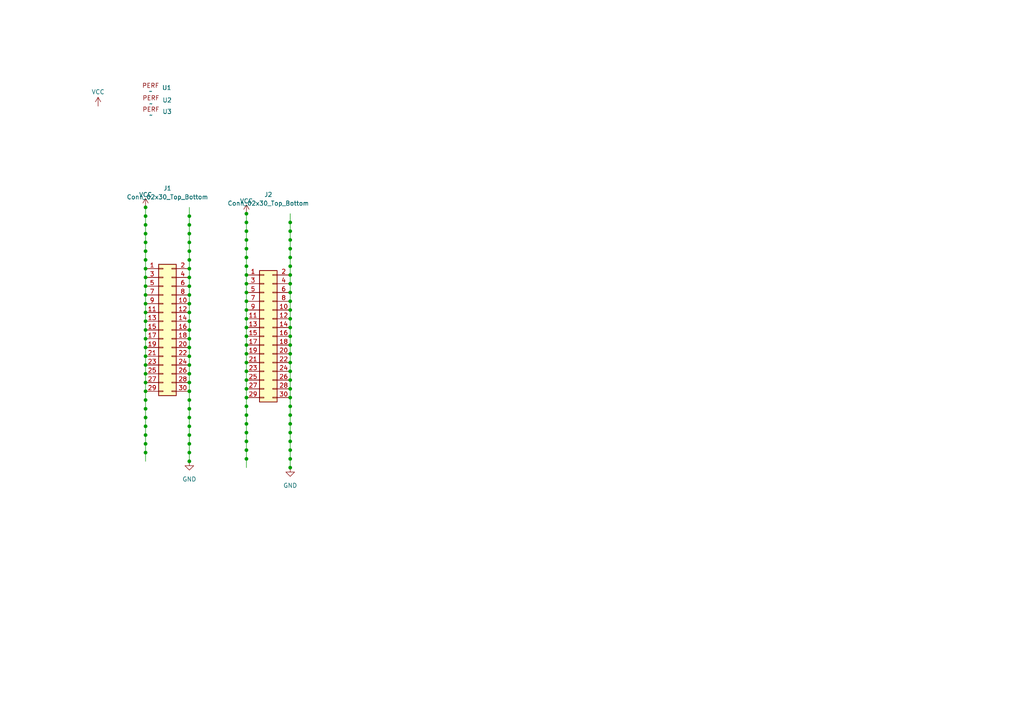
<source format=kicad_sch>
(kicad_sch (version 20230121) (generator eeschema)
  (paper "A4")
  (lib_symbols
    (symbol "Connector_Generic:Conn_02x15_Odd_Even" (pin_names (offset 1.016) hide)
      (property "Reference" "J" (at 1.27 20.32 0))
      (property "Value" "Conn_02x15_Odd_Even" (at 1.27 -20.32 0))
      (symbol "Conn_02x15_Odd_Even_1_1"
        (rectangle (start -1.27 -17.653) (end 0 -17.907) (stroke (width 0.1524)))
        (rectangle (start -1.27 -15.113) (end 0 -15.367) (stroke (width 0.1524)))
        (rectangle (start -1.27 -12.573) (end 0 -12.827) (stroke (width 0.1524)))
        (rectangle (start -1.27 -10.033) (end 0 -10.287) (stroke (width 0.1524)))
        (rectangle (start -1.27 -7.493) (end 0 -7.747) (stroke (width 0.1524)))
        (rectangle (start -1.27 -4.953) (end 0 -5.207) (stroke (width 0.1524)))
        (rectangle (start -1.27 -2.413) (end 0 -2.667) (stroke (width 0.1524)))
        (rectangle (start -1.27 0.127) (end 0 -0.127) (stroke (width 0.1524)))
        (rectangle (start -1.27 2.667) (end 0 2.413) (stroke (width 0.1524)))
        (rectangle (start -1.27 5.207) (end 0 4.953) (stroke (width 0.1524)))
        (rectangle (start -1.27 7.747) (end 0 7.493) (stroke (width 0.1524)))
        (rectangle (start -1.27 10.287) (end 0 10.033) (stroke (width 0.1524)))
        (rectangle (start -1.27 12.827) (end 0 12.573) (stroke (width 0.1524)))
        (rectangle (start -1.27 15.367) (end 0 15.113) (stroke (width 0.1524)))
        (rectangle (start -1.27 17.907) (end 0 17.653) (stroke (width 0.1524)))
        (rectangle (start -1.27 19.05) (end 3.81 -19.05) (stroke (width 0.254)) (fill (type background)))
        (rectangle (start 3.81 -17.653) (end 2.54 -17.907) (stroke (width 0.1524)))
        (rectangle (start 3.81 -15.113) (end 2.54 -15.367) (stroke (width 0.1524)))
        (rectangle (start 3.81 -12.573) (end 2.54 -12.827) (stroke (width 0.1524)))
        (rectangle (start 3.81 -10.033) (end 2.54 -10.287) (stroke (width 0.1524)))
        (rectangle (start 3.81 -7.493) (end 2.54 -7.747) (stroke (width 0.1524)))
        (rectangle (start 3.81 -4.953) (end 2.54 -5.207) (stroke (width 0.1524)))
        (rectangle (start 3.81 -2.413) (end 2.54 -2.667) (stroke (width 0.1524)))
        (rectangle (start 3.81 0.127) (end 2.54 -0.127) (stroke (width 0.1524)))
        (rectangle (start 3.81 2.667) (end 2.54 2.413) (stroke (width 0.1524)))
        (rectangle (start 3.81 5.207) (end 2.54 4.953) (stroke (width 0.1524)))
        (rectangle (start 3.81 7.747) (end 2.54 7.493) (stroke (width 0.1524)))
        (rectangle (start 3.81 10.287) (end 2.54 10.033) (stroke (width 0.1524)))
        (rectangle (start 3.81 12.827) (end 2.54 12.573) (stroke (width 0.1524)))
        (rectangle (start 3.81 15.367) (end 2.54 15.113) (stroke (width 0.1524)))
        (rectangle (start 3.81 17.907) (end 2.54 17.653) (stroke (width 0.1524)))
        (pin passive line (at -5.08 17.78 0) (length 3.81) (name "Pin_1") (number "1"))
        (pin passive line (at 7.62 7.62 180) (length 3.81) (name "Pin_10") (number "10"))
        (pin passive line (at -5.08 5.08 0) (length 3.81) (name "Pin_11") (number "11"))
        (pin passive line (at 7.62 5.08 180) (length 3.81) (name "Pin_12") (number "12"))
        (pin passive line (at -5.08 2.54 0) (length 3.81) (name "Pin_13") (number "13"))
        (pin passive line (at 7.62 2.54 180) (length 3.81) (name "Pin_14") (number "14"))
        (pin passive line (at -5.08 0 0) (length 3.81) (name "Pin_15") (number "15"))
        (pin passive line (at 7.62 0 180) (length 3.81) (name "Pin_16") (number "16"))
        (pin passive line (at -5.08 -2.54 0) (length 3.81) (name "Pin_17") (number "17"))
        (pin passive line (at 7.62 -2.54 180) (length 3.81) (name "Pin_18") (number "18"))
        (pin passive line (at -5.08 -5.08 0) (length 3.81) (name "Pin_19") (number "19"))
        (pin passive line (at 7.62 17.78 180) (length 3.81) (name "Pin_2") (number "2"))
        (pin passive line (at 7.62 -5.08 180) (length 3.81) (name "Pin_20") (number "20"))
        (pin passive line (at -5.08 -7.62 0) (length 3.81) (name "Pin_21") (number "21"))
        (pin passive line (at 7.62 -7.62 180) (length 3.81) (name "Pin_22") (number "22"))
        (pin passive line (at -5.08 -10.16 0) (length 3.81) (name "Pin_23") (number "23"))
        (pin passive line (at 7.62 -10.16 180) (length 3.81) (name "Pin_24") (number "24"))
        (pin passive line (at -5.08 -12.7 0) (length 3.81) (name "Pin_25") (number "25"))
        (pin passive line (at 7.62 -12.7 180) (length 3.81) (name "Pin_26") (number "26"))
        (pin passive line (at -5.08 -15.24 0) (length 3.81) (name "Pin_27") (number "27"))
        (pin passive line (at 7.62 -15.24 180) (length 3.81) (name "Pin_28") (number "28"))
        (pin passive line (at -5.08 -17.78 0) (length 3.81) (name "Pin_29") (number "29"))
        (pin passive line (at -5.08 15.24 0) (length 3.81) (name "Pin_3") (number "3"))
        (pin passive line (at 7.62 -17.78 180) (length 3.81) (name "Pin_30") (number "30"))
        (pin passive line (at 7.62 15.24 180) (length 3.81) (name "Pin_4") (number "4"))
        (pin passive line (at -5.08 12.7 0) (length 3.81) (name "Pin_5") (number "5"))
        (pin passive line (at 7.62 12.7 180) (length 3.81) (name "Pin_6") (number "6"))
        (pin passive line (at -5.08 10.16 0) (length 3.81) (name "Pin_7") (number "7"))
        (pin passive line (at 7.62 10.16 180) (length 3.81) (name "Pin_8") (number "8"))
        (pin passive line (at -5.08 7.62 0) (length 3.81) (name "Pin_9") (number "9"))
      )
    )
    (symbol "DPX_CONN:DPX_PERF"
      (property "Reference" "U" (at 0 0 0))
      (symbol "DPX_PERF_1_1"
        (text "PERF" (at 0 1.651 0) (effects (font (size 1.27 1.27))))
      )
    )
    (symbol "power:GND" (power) (pin_names (offset 0))
      (property "Value" "GND" (at 0 -3.81 0))
      (symbol "GND_0_1"
        (polyline (pts (xy 0 0) (xy 0 -1.27) (xy 1.27 -1.27) (xy 0 -2.54) (xy -1.27 -1.27) (xy 0 -1.27)))
      )
      (symbol "GND_1_1"
        (pin power_in line (at 0 0 270) (length 0) hide (name "GND") (number "1"))
      )
    )
    (symbol "power:VCC" (power) (pin_names (offset 0))
      (property "Value" "VCC" (at 0 3.81 0))
      (symbol "VCC_0_1"
        (polyline (pts (xy -0.762 1.27) (xy 0 2.54)))
        (polyline (pts (xy 0 0) (xy 0 2.54)))
        (polyline (pts (xy 0 2.54) (xy 0.762 1.27)))
      )
      (symbol "VCC_1_1"
        (pin power_in line (at 0 0 90) (length 0) hide (name "VCC") (number "1"))
      )
    )
  )
  (junction (at 54.9148 70.3072))
  (junction (at 71.4756 125.476))
  (junction (at 54.9148 85.5472))
  (junction (at 42.2148 123.6472))
  (junction (at 42.2148 93.1672))
  (junction (at 54.9148 113.4872))
  (junction (at 71.4756 102.616))
  (junction (at 84.1756 130.556))
  (junction (at 54.9148 103.3272))
  (junction (at 84.1756 107.696))
  (junction (at 84.1756 122.936))
  (junction (at 42.2148 62.6872))
  (junction (at 54.9148 83.0072))
  (junction (at 42.2148 131.2672))
  (junction (at 54.9148 88.0872))
  (junction (at 71.4756 133.096))
  (junction (at 71.4756 100.076))
  (junction (at 54.9148 90.6272))
  (junction (at 71.4756 110.236))
  (junction (at 54.9148 133.8072))
  (junction (at 71.4756 69.596))
  (junction (at 84.1756 128.016))
  (junction (at 84.1756 72.136))
  (junction (at 42.2148 88.0872))
  (junction (at 84.1756 87.376))
  (junction (at 42.2148 98.2472))
  (junction (at 42.2148 105.8672))
  (junction (at 71.4756 120.396))
  (junction (at 54.9148 118.5672))
  (junction (at 84.1756 84.836))
  (junction (at 42.2148 113.4872))
  (junction (at 54.9148 105.8672))
  (junction (at 42.2148 100.7872))
  (junction (at 84.1756 74.676))
  (junction (at 42.2148 95.7072))
  (junction (at 84.1756 115.316))
  (junction (at 71.4756 128.016))
  (junction (at 54.9148 62.6872))
  (junction (at 84.1756 92.456))
  (junction (at 84.1756 117.856))
  (junction (at 71.4756 61.976))
  (junction (at 71.4756 122.936))
  (junction (at 71.4756 107.696))
  (junction (at 42.2148 121.1072))
  (junction (at 54.9148 67.7672))
  (junction (at 84.1756 133.096))
  (junction (at 54.9148 123.6472))
  (junction (at 84.1756 105.156))
  (junction (at 54.9148 65.2272))
  (junction (at 42.2148 83.0072))
  (junction (at 84.1756 125.476))
  (junction (at 84.1756 69.596))
  (junction (at 54.9148 121.1072))
  (junction (at 84.1756 79.756))
  (junction (at 54.9148 128.7272))
  (junction (at 42.2148 126.1872))
  (junction (at 42.2148 85.5472))
  (junction (at 54.9148 116.0272))
  (junction (at 54.9148 126.1872))
  (junction (at 42.2148 108.4072))
  (junction (at 84.1756 120.396))
  (junction (at 71.4756 72.136))
  (junction (at 54.9148 72.8472))
  (junction (at 54.9148 93.1672))
  (junction (at 54.9148 77.9272))
  (junction (at 71.4756 115.316))
  (junction (at 42.2148 75.3872))
  (junction (at 54.9148 80.4672))
  (junction (at 54.9148 108.4072))
  (junction (at 71.4756 77.216))
  (junction (at 84.1756 100.076))
  (junction (at 71.4756 97.536))
  (junction (at 42.2148 65.2272))
  (junction (at 84.1756 102.616))
  (junction (at 42.2148 128.7272))
  (junction (at 54.9148 131.2672))
  (junction (at 84.1756 94.996))
  (junction (at 84.1756 64.516))
  (junction (at 42.2148 118.5672))
  (junction (at 71.4756 117.856))
  (junction (at 84.1756 77.216))
  (junction (at 84.1756 110.236))
  (junction (at 84.1756 112.776))
  (junction (at 84.1756 135.636))
  (junction (at 71.4756 79.756))
  (junction (at 71.4756 64.516))
  (junction (at 42.2148 70.3072))
  (junction (at 42.2148 103.3272))
  (junction (at 71.4756 112.776))
  (junction (at 42.2148 67.7672))
  (junction (at 71.4756 94.996))
  (junction (at 42.2148 110.9472))
  (junction (at 71.4756 89.916))
  (junction (at 84.1756 89.916))
  (junction (at 42.2148 116.0272))
  (junction (at 54.9148 75.3872))
  (junction (at 54.9148 95.7072))
  (junction (at 54.9148 98.2472))
  (junction (at 71.4756 92.456))
  (junction (at 84.1756 67.056))
  (junction (at 71.4756 82.296))
  (junction (at 42.2148 80.4672))
  (junction (at 71.4756 74.676))
  (junction (at 42.2148 90.6272))
  (junction (at 71.4756 87.376))
  (junction (at 84.1756 97.536))
  (junction (at 71.4756 105.156))
  (junction (at 71.4756 67.056))
  (junction (at 42.2148 77.9272))
  (junction (at 54.9148 110.9472))
  (junction (at 54.9148 100.7872))
  (junction (at 42.2148 60.1472))
  (junction (at 71.4756 84.836))
  (junction (at 84.1756 82.296))
  (junction (at 71.4756 130.556))
  (junction (at 42.2148 72.8472))
  (wire (pts (xy 71.4756 74.676) (xy 71.4756 77.216)))
  (wire (pts (xy 54.9148 105.8672) (xy 54.9148 108.4072)))
  (wire (pts (xy 42.2148 88.0872) (xy 42.2148 90.6272)))
  (wire (pts (xy 54.9148 90.6272) (xy 54.9148 93.1672)))
  (wire (pts (xy 54.9148 70.3072) (xy 54.9148 72.8472)))
  (wire (pts (xy 54.9148 67.7672) (xy 54.9148 70.3072)))
  (wire (pts (xy 84.1756 125.476) (xy 84.1756 128.016)))
  (wire (pts (xy 84.1756 130.556) (xy 84.1756 133.096)))
  (wire (pts (xy 54.9148 65.2272) (xy 54.9148 67.7672)))
  (wire (pts (xy 42.2148 110.9472) (xy 42.2148 113.4872)))
  (wire (pts (xy 42.2148 90.6272) (xy 42.2148 93.1672)))
  (wire (pts (xy 84.1756 69.596) (xy 84.1756 72.136)))
  (wire (pts (xy 71.4756 69.596) (xy 71.4756 72.136)))
  (wire (pts (xy 71.4756 117.856) (xy 71.4756 120.396)))
  (wire (pts (xy 54.9148 77.9272) (xy 54.9148 80.4672)))
  (wire (pts (xy 54.9148 110.9472) (xy 54.9148 113.4872)))
  (wire (pts (xy 54.9148 126.1872) (xy 54.9148 128.7272)))
  (wire (pts (xy 71.4756 64.516) (xy 71.4756 67.056)))
  (wire (pts (xy 71.4756 110.236) (xy 71.4756 112.776)))
  (wire (pts (xy 42.2148 95.7072) (xy 42.2148 98.2472)))
  (wire (pts (xy 42.2148 98.2472) (xy 42.2148 100.7872)))
  (wire (pts (xy 42.2148 83.0072) (xy 42.2148 85.5472)))
  (wire (pts (xy 54.9148 80.4672) (xy 54.9148 83.0072)))
  (wire (pts (xy 84.1756 74.676) (xy 84.1756 77.216)))
  (wire (pts (xy 71.4756 82.296) (xy 71.4756 84.836)))
  (wire (pts (xy 42.2148 116.0272) (xy 42.2148 118.5672)))
  (wire (pts (xy 71.4756 72.136) (xy 71.4756 74.676)))
  (wire (pts (xy 84.1756 133.096) (xy 84.1756 135.636)))
  (wire (pts (xy 71.4756 107.696) (xy 71.4756 110.236)))
  (wire (pts (xy 84.1756 79.756) (xy 84.1756 82.296)))
  (wire (pts (xy 42.2148 62.6872) (xy 42.2148 65.2272)))
  (wire (pts (xy 42.2148 77.9272) (xy 42.2148 80.4672)))
  (wire (pts (xy 42.2148 128.7272) (xy 42.2148 131.2672)))
  (wire (pts (xy 42.2148 118.5672) (xy 42.2148 121.1072)))
  (wire (pts (xy 71.4756 130.556) (xy 71.4756 133.096)))
  (wire (pts (xy 71.4756 112.776) (xy 71.4756 115.316)))
  (wire (pts (xy 42.2148 131.2672) (xy 42.2148 133.8072)))
  (wire (pts (xy 71.4756 77.216) (xy 71.4756 79.756)))
  (wire (pts (xy 42.2148 80.4672) (xy 42.2148 83.0072)))
  (wire (pts (xy 84.1756 89.916) (xy 84.1756 92.456)))
  (wire (pts (xy 42.2148 75.3872) (xy 42.2148 77.9272)))
  (wire (pts (xy 42.2148 105.8672) (xy 42.2148 108.4072)))
  (wire (pts (xy 84.1756 87.376) (xy 84.1756 89.916)))
  (wire (pts (xy 71.4756 125.476) (xy 71.4756 128.016)))
  (wire (pts (xy 71.4756 133.096) (xy 71.4756 135.636)))
  (wire (pts (xy 71.4756 84.836) (xy 71.4756 87.376)))
  (wire (pts (xy 54.9148 128.7272) (xy 54.9148 131.2672)))
  (wire (pts (xy 54.9148 88.0872) (xy 54.9148 90.6272)))
  (wire (pts (xy 54.9148 131.2672) (xy 54.9148 133.8072)))
  (wire (pts (xy 54.9148 121.1072) (xy 54.9148 123.6472)))
  (wire (pts (xy 84.1756 115.316) (xy 84.1756 117.856)))
  (wire (pts (xy 42.2148 70.3072) (xy 42.2148 72.8472)))
  (wire (pts (xy 42.2148 113.4872) (xy 42.2148 116.0272)))
  (wire (pts (xy 84.1756 82.296) (xy 84.1756 84.836)))
  (wire (pts (xy 54.9148 60.1472) (xy 54.9148 62.6872)))
  (wire (pts (xy 54.9148 113.4872) (xy 54.9148 116.0272)))
  (wire (pts (xy 42.2148 67.7672) (xy 42.2148 70.3072)))
  (wire (pts (xy 84.1756 100.076) (xy 84.1756 102.616)))
  (wire (pts (xy 71.4756 122.936) (xy 71.4756 125.476)))
  (wire (pts (xy 84.1756 112.776) (xy 84.1756 115.316)))
  (wire (pts (xy 54.9148 72.8472) (xy 54.9148 75.3872)))
  (wire (pts (xy 71.4756 102.616) (xy 71.4756 105.156)))
  (wire (pts (xy 84.1756 92.456) (xy 84.1756 94.996)))
  (wire (pts (xy 42.2148 121.1072) (xy 42.2148 123.6472)))
  (wire (pts (xy 71.4756 94.996) (xy 71.4756 97.536)))
  (wire (pts (xy 54.9148 93.1672) (xy 54.9148 95.7072)))
  (wire (pts (xy 42.2148 100.7872) (xy 42.2148 103.3272)))
  (wire (pts (xy 84.1756 102.616) (xy 84.1756 105.156)))
  (wire (pts (xy 54.9148 95.7072) (xy 54.9148 98.2472)))
  (wire (pts (xy 71.4756 128.016) (xy 71.4756 130.556)))
  (wire (pts (xy 54.9148 85.5472) (xy 54.9148 88.0872)))
  (wire (pts (xy 54.9148 123.6472) (xy 54.9148 126.1872)))
  (wire (pts (xy 84.1756 77.216) (xy 84.1756 79.756)))
  (wire (pts (xy 84.1756 72.136) (xy 84.1756 74.676)))
  (wire (pts (xy 42.2148 123.6472) (xy 42.2148 126.1872)))
  (wire (pts (xy 71.4756 100.076) (xy 71.4756 102.616)))
  (wire (pts (xy 71.4756 105.156) (xy 71.4756 107.696)))
  (wire (pts (xy 84.1756 120.396) (xy 84.1756 122.936)))
  (wire (pts (xy 71.4756 115.316) (xy 71.4756 117.856)))
  (wire (pts (xy 71.4756 67.056) (xy 71.4756 69.596)))
  (wire (pts (xy 54.9148 100.7872) (xy 54.9148 103.3272)))
  (wire (pts (xy 54.9148 103.3272) (xy 54.9148 105.8672)))
  (wire (pts (xy 42.2148 108.4072) (xy 42.2148 110.9472)))
  (wire (pts (xy 42.2148 85.5472) (xy 42.2148 88.0872)))
  (wire (pts (xy 42.2148 65.2272) (xy 42.2148 67.7672)))
  (wire (pts (xy 54.9148 83.0072) (xy 54.9148 85.5472)))
  (wire (pts (xy 84.1756 67.056) (xy 84.1756 69.596)))
  (wire (pts (xy 54.9148 116.0272) (xy 54.9148 118.5672)))
  (wire (pts (xy 71.4756 89.916) (xy 71.4756 92.456)))
  (wire (pts (xy 84.1756 64.516) (xy 84.1756 67.056)))
  (wire (pts (xy 84.1756 97.536) (xy 84.1756 100.076)))
  (wire (pts (xy 84.1756 107.696) (xy 84.1756 110.236)))
  (wire (pts (xy 71.4756 87.376) (xy 71.4756 89.916)))
  (wire (pts (xy 84.1756 105.156) (xy 84.1756 107.696)))
  (wire (pts (xy 42.2148 103.3272) (xy 42.2148 105.8672)))
  (wire (pts (xy 54.9148 118.5672) (xy 54.9148 121.1072)))
  (wire (pts (xy 54.9148 108.4072) (xy 54.9148 110.9472)))
  (wire (pts (xy 84.1756 61.976) (xy 84.1756 64.516)))
  (wire (pts (xy 42.2148 126.1872) (xy 42.2148 128.7272)))
  (wire (pts (xy 54.9148 62.6872) (xy 54.9148 65.2272)))
  (wire (pts (xy 84.1756 128.016) (xy 84.1756 130.556)))
  (wire (pts (xy 71.4756 79.756) (xy 71.4756 82.296)))
  (wire (pts (xy 71.4756 97.536) (xy 71.4756 100.076)))
  (wire (pts (xy 71.4756 92.456) (xy 71.4756 94.996)))
  (wire (pts (xy 42.2148 93.1672) (xy 42.2148 95.7072)))
  (wire (pts (xy 71.4756 61.976) (xy 71.4756 64.516)))
  (wire (pts (xy 42.2148 72.8472) (xy 42.2148 75.3872)))
  (wire (pts (xy 54.9148 98.2472) (xy 54.9148 100.7872)))
  (wire (pts (xy 84.1756 84.836) (xy 84.1756 87.376)))
  (wire (pts (xy 54.9148 75.3872) (xy 54.9148 77.9272)))
  (wire (pts (xy 84.1756 94.996) (xy 84.1756 97.536)))
  (wire (pts (xy 84.1756 110.236) (xy 84.1756 112.776)))
  (wire (pts (xy 71.4756 120.396) (xy 71.4756 122.936)))
  (wire (pts (xy 42.2148 60.1472) (xy 42.2148 62.6872)))
  (wire (pts (xy 84.1756 117.856) (xy 84.1756 120.396)))
  (wire (pts (xy 84.1756 122.936) (xy 84.1756 125.476)))
  (symbol (lib_id "DPX_CONN:DPX_PERF") (at 43.7896 33.3756 0) (unit 1)
    (property "Reference" "U3" (at 47.0916 32.3596 0) (effects (justify left)))
    (property "Value" "~" (at 43.7896 33.3756 0))
    (property "Footprint" "DPX_CONN:DPX_PROTOBOARD-5x5" (effects hide))
  )
  (symbol (lib_id "DPX_CONN:DPX_PERF") (at 43.7896 30.0736 0) (unit 1)
    (property "Reference" "U2" (at 47.0916 29.0576 0) (effects (justify left)))
    (property "Value" "~" (at 43.7896 30.0736 0))
    (property "Footprint" "DPX_CONN:DPX_PROTOBOARD-5x5" (effects hide))
  )
  (symbol (lib_id "power:VCC") (at 71.4756 61.976 0) (unit 1)
    (property "Reference" "#PWR04" (effects hide))
    (property "Value" "VCC" (at 71.4756 58.3184 0))
  )
  (symbol (lib_id "Connector_Generic:Conn_02x15_Odd_Even") (at 76.5556 97.536 0) (unit 1)
    (property "Reference" "J2" (at 77.8256 56.4388 0))
    (property "Value" "Conn_02x30_Top_Bottom" (at 77.8256 58.9788 0))
    (property "Footprint" "DPX_CONN:dpx-02x15-nosilk" (effects hide))
  )
  (symbol (lib_id "DPX_CONN:DPX_PERF") (at 43.688 26.4668 0) (unit 1)
    (property "Reference" "U1" (at 46.99 25.4508 0) (effects (justify left)))
    (property "Value" "~" (at 43.688 26.4668 0))
    (property "Footprint" "DPX_CONN:DPX_PROTOBOARD-5x5" (effects hide))
  )
  (symbol (lib_id "power:VCC") (at 42.2148 60.1472 0) (unit 1)
    (property "Reference" "#PWR03" (effects hide))
    (property "Value" "VCC" (at 42.2148 56.4896 0))
  )
  (symbol (lib_id "power:GND") (at 54.9148 133.8072 0) (unit 1)
    (property "Reference" "#PWR02" (effects hide))
    (property "Value" "GND" (at 54.9148 138.9888 0))
  )
  (symbol (lib_id "Connector_Generic:Conn_02x15_Odd_Even") (at 47.2948 95.7072 0) (unit 1)
    (property "Reference" "J1" (at 48.5648 54.61 0))
    (property "Value" "Conn_02x30_Top_Bottom" (at 48.5648 57.15 0))
    (property "Footprint" "DPX_CONN:dpx-02x15-nosilk" (effects hide))
  )
  (symbol (lib_id "power:GND") (at 84.1756 135.636 0) (unit 1)
    (property "Reference" "#PWR05" (effects hide))
    (property "Value" "GND" (at 84.1756 140.8176 0))
  )
  (symbol (lib_id "power:VCC") (at 28.448 30.7848 0) (unit 1)
    (property "Reference" "#PWR01" (effects hide))
    (property "Value" "VCC" (at 28.448 26.67 0))
  )
)
</source>
